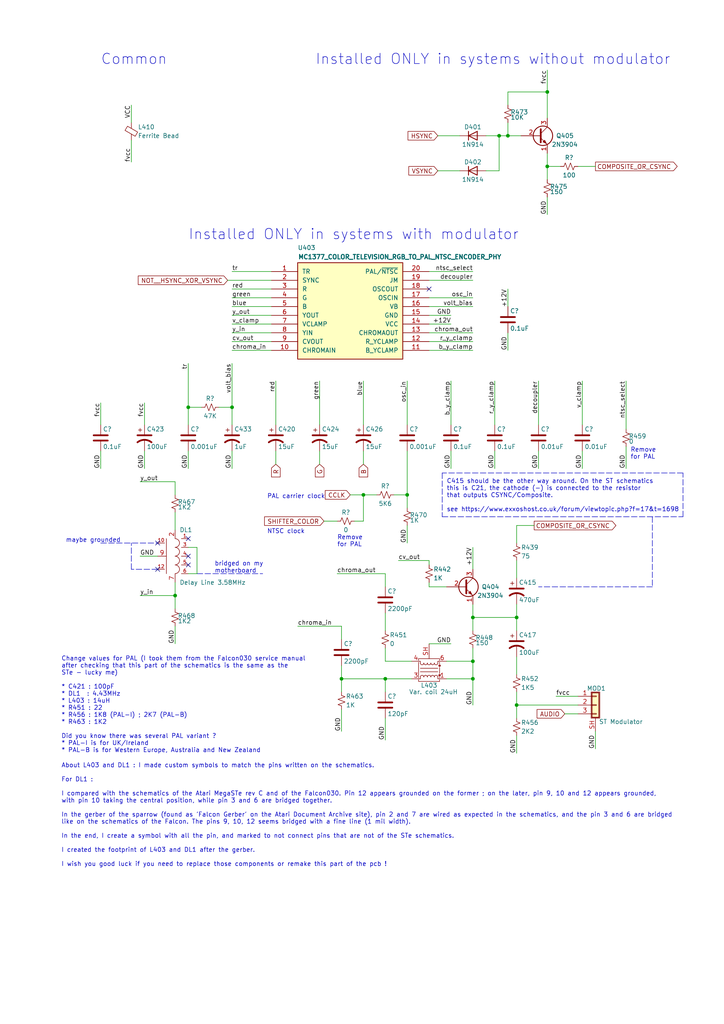
<source format=kicad_sch>
(kicad_sch (version 20230121) (generator eeschema)
  (paper "A4" portrait)
  (title_block (title "Converted schematics of Atari STE") (date "2021-08-31") (rev "1.0.0") (comment 1 "Reference : C300780-001"))
  (lib_symbols
    (symbol "Connector_Generic_Shielded:Conn_01x03_Shielded" (pin_names (offset 1.016) hide)
      (property "Reference" "J" (at 0.254 4.826 0))
      (property "Value" "Conn_01x03_Shielded" (at 1.016 -4.826 0))
      (symbol "Conn_01x03_Shielded_1_1"
        (rectangle (start -1.27 3.81) (end 1.27 -3.81) (stroke (width 0.1524)))
        (rectangle (start -1.016 -2.413) (end 0.254 -2.667) (stroke (width 0.1524)))
        (rectangle (start -1.016 0.127) (end 0.254 -0.127) (stroke (width 0.1524)))
        (rectangle (start -1.016 2.667) (end 0.254 2.413) (stroke (width 0.1524)))
        (rectangle (start -1.016 3.556) (end 1.016 -3.556) (stroke (width 0.254)) (fill (type background)))
        (pin passive line (at -5.08 2.54 0) (length 4.064) (name "Pin_1") (number "1"))
        (pin passive line (at -5.08 0 0) (length 4.064) (name "Pin_2") (number "2"))
        (pin passive line (at -5.08 -2.54 0) (length 4.064) (name "Pin_3") (number "3"))
        (pin passive line (at 0 -7.62 90) (length 3.81) (name "Shield") (number "SH"))
      )
    )
    (symbol "Delay_Line_Custom_Atari_ST:Delay_Line_Custom_Atari_ST" (pin_names (offset 1.016) hide)
      (property "Reference" "L" (at 1.27 7.62 0))
      (property "Value" "Delay_Line_Custom_Atari_ST" (at 1.27 -7.62 0))
      (symbol "Delay_Line_Custom_Atari_ST_0_1"
        (arc (start 0 -5.0546) (mid 0.8801 -4.6901) (end 1.27 -3.81))
        (arc (start 0 -2.5146) (mid 0.8801 -2.1501) (end 1.27 -1.27))
        (polyline (pts (xy -2.54 5.08) (xy -2.54 -5.08)))
        (arc (start 0 0.0254) (mid 0.8801 0.3899) (end 1.27 1.27))
        (arc (start 0 2.5654) (mid 0.8801 2.9299) (end 1.27 3.81))
        (arc (start 1.27 -3.81) (mid 0.898 -2.912) (end 0 -2.54))
        (arc (start 1.27 -1.27) (mid 0.898 -0.372) (end 0 0))
        (arc (start 1.27 1.27) (mid 0.898 2.168) (end 0 2.54))
        (arc (start 1.27 3.81) (mid 0.898 4.708) (end 0 5.08))
      )
      (symbol "Delay_Line_Custom_Atari_ST_1_1"
        (pin passive line (at 3.81 5.08 180) (length 2.0066) (name "1") (number "1"))
        (pin passive line (at -5.08 3.81 0) (length 2.0066) (name "10") (number "10"))
        (pin passive line (at -5.08 -3.81 0) (length 2.0066) (name "12") (number "12"))
        (pin passive line (at 0 7.62 270) (length 2.54) (name "2") (number "2"))
        (pin passive line (at 3.81 2.54 180) (length 2.0066) (name "3") (number "3"))
        (pin passive line (at 3.81 0 180) (length 2.0066) (name "4") (number "4"))
        (pin passive line (at 3.81 -2.54 180) (length 2.0066) (name "5") (number "5"))
        (pin passive line (at 3.81 -5.08 180) (length 2.0066) (name "6") (number "6"))
        (pin passive line (at 0 -7.62 90) (length 2.54) (name "7") (number "7"))
        (pin passive line (at -5.08 0 0) (length 2.54) (name "COMMUN") (number "9"))
      )
    )
    (symbol "Device:C" (pin_numbers hide) (pin_names (offset 0.254))
      (property "Reference" "C" (at 0.635 2.54 0))
      (property "Value" "C" (at 0.635 -2.54 0))
      (symbol "C_0_1"
        (polyline (pts (xy -2.032 -0.762) (xy 2.032 -0.762)) (stroke (width 0.508)))
        (polyline (pts (xy -2.032 0.762) (xy 2.032 0.762)) (stroke (width 0.508)))
      )
      (symbol "C_1_1"
        (pin passive line (at 0 3.81 270) (length 2.794) (name "~") (number "1"))
        (pin passive line (at 0 -3.81 90) (length 2.794) (name "~") (number "2"))
      )
    )
    (symbol "Device:CP1" (pin_numbers hide) (pin_names (offset 0.254) hide)
      (property "Reference" "C" (at 0.635 2.54 0))
      (property "Value" "Device_CP1" (at 0.635 -2.54 0))
      (symbol "CP1_0_1"
        (polyline (pts (xy -2.032 0.762) (xy 2.032 0.762)) (stroke (width 0.508)))
        (polyline (pts (xy -1.778 2.286) (xy -0.762 2.286)))
        (polyline (pts (xy -1.27 1.778) (xy -1.27 2.794)))
        (arc (start 2.032 -1.27) (mid 0 -0.5572) (end -2.032 -1.27) (stroke (width 0.508)))
      )
      (symbol "CP1_1_1"
        (pin passive line (at 0 3.81 270) (length 2.794) (name "~") (number "1"))
        (pin passive line (at 0 -3.81 90) (length 3.302) (name "~") (number "2"))
      )
    )
    (symbol "Device:D" (pin_numbers hide) (pin_names (offset 1.016) hide)
      (property "Reference" "D" (at 0 2.54 0))
      (property "Value" "D" (at 0 -2.54 0))
      (symbol "D_0_1"
        (polyline (pts (xy -1.27 1.27) (xy -1.27 -1.27)) (stroke (width 0.254)))
        (polyline (pts (xy 1.27 0) (xy -1.27 0)))
        (polyline (pts (xy 1.27 1.27) (xy 1.27 -1.27) (xy -1.27 0) (xy 1.27 1.27)) (stroke (width 0.254)))
      )
      (symbol "D_1_1"
        (pin passive line (at -3.81 0 0) (length 2.54) (name "K") (number "1"))
        (pin passive line (at 3.81 0 180) (length 2.54) (name "A") (number "2"))
      )
    )
    (symbol "Device:Ferrite_Bead_Small" (pin_numbers hide) (pin_names (offset 0))
      (property "Reference" "FB" (at 1.905 1.27 0))
      (property "Value" "Device_Ferrite_Bead_Small" (at 1.905 -1.27 0))
      (symbol "Ferrite_Bead_Small_0_1"
        (polyline (pts (xy 0 -1.27) (xy 0 -0.7874)))
        (polyline (pts (xy 0 0.889) (xy 0 1.2954)))
        (polyline (pts (xy -1.8288 0.2794) (xy -1.1176 1.4986) (xy 1.8288 -0.2032) (xy 1.1176 -1.4224) (xy -1.8288 0.2794)))
      )
      (symbol "Ferrite_Bead_Small_1_1"
        (pin passive line (at 0 2.54 270) (length 1.27) (name "~") (number "1"))
        (pin passive line (at 0 -2.54 90) (length 1.27) (name "~") (number "2"))
      )
    )
    (symbol "Device:R_Small_US" (pin_numbers hide) (pin_names (offset 0.254) hide)
      (property "Reference" "R" (at 0.762 0.508 0))
      (property "Value" "R_Small_US" (at 0.762 -1.016 0))
      (symbol "R_Small_US_1_1"
        (polyline (pts (xy 0 0) (xy 1.016 -0.381) (xy 0 -0.762) (xy -1.016 -1.143) (xy 0 -1.524)))
        (polyline (pts (xy 0 1.524) (xy 1.016 1.143) (xy 0 0.762) (xy -1.016 0.381) (xy 0 0)))
        (pin passive line (at 0 2.54 270) (length 1.016) (name "~") (number "1"))
        (pin passive line (at 0 -2.54 90) (length 1.016) (name "~") (number "2"))
      )
    )
    (symbol "Transistor_BJT:2N3904" (pin_names (offset 0) hide)
      (property "Reference" "Q" (at 5.08 1.905 0))
      (property "Value" "2N3904" (at 5.08 0 0))
      (symbol "2N3904_0_1"
        (polyline (pts (xy 0.635 0.635) (xy 2.54 2.54)))
        (polyline (pts (xy 0.635 -0.635) (xy 2.54 -2.54) (xy 2.54 -2.54)))
        (polyline (pts (xy 0.635 1.905) (xy 0.635 -1.905) (xy 0.635 -1.905)) (stroke (width 0.508)))
        (polyline (pts (xy 1.27 -1.778) (xy 1.778 -1.27) (xy 2.286 -2.286) (xy 1.27 -1.778) (xy 1.27 -1.778)) (fill (type outline)))
        (circle (center 1.27 0) (radius 2.8194) (stroke (width 0.254)))
      )
      (symbol "2N3904_1_1"
        (pin passive line (at 2.54 -5.08 90) (length 2.54) (name "E") (number "1"))
        (pin passive line (at -5.08 0 0) (length 5.715) (name "B") (number "2"))
        (pin passive line (at 2.54 5.08 270) (length 2.54) (name "C") (number "3"))
      )
    )
    (symbol "mc1377:MC1377_COLOR_TELEVISION_RGB_TO_PAL_NTSC_ENCODER_PHY" (pin_names (offset 1.27))
      (property "Reference" "U" (at -15.24 19.05 0))
      (property "Value" "mc1377_MC1377_COLOR_TELEVISION_RGB_TO_PAL_NTSC_ENCODER_PHY" (at -15.24 16.51 0))
      (symbol "MC1377_COLOR_TELEVISION_RGB_TO_PAL_NTSC_ENCODER_PHY_0_0"
        (rectangle (start -15.24 13.97) (end 15.24 -13.97) (stroke (width 0.254)) (fill (type background)))
        (pin input line (at -22.86 11.43 0) (length 7.62) (name "TR") (number "1"))
        (pin input line (at -22.86 -11.43 0) (length 7.62) (name "CHROMAIN") (number "10"))
        (pin input line (at 22.86 -11.43 180) (length 7.62) (name "B_YCLAMP") (number "11"))
        (pin input line (at 22.86 -8.89 180) (length 7.62) (name "R_YCLAMP") (number "12"))
        (pin output line (at 22.86 -6.35 180) (length 7.62) (name "CHROMAOUT") (number "13"))
        (pin power_in line (at 22.86 -3.81 180) (length 7.62) (name "VCC") (number "14"))
        (pin power_in line (at 22.86 -1.27 180) (length 7.62) (name "GND") (number "15"))
        (pin input line (at 22.86 1.27 180) (length 7.62) (name "VB") (number "16"))
        (pin input line (at 22.86 3.81 180) (length 7.62) (name "OSCIN") (number "17"))
        (pin output line (at 22.86 6.35 180) (length 7.62) (name "OSCOUT") (number "18"))
        (pin input line (at 22.86 8.89 180) (length 7.62) (name "JM") (number "19"))
        (pin input line (at -22.86 8.89 0) (length 7.62) (name "SYNC") (number "2"))
        (pin input line (at 22.86 11.43 180) (length 7.62) (name "PAL/~{NTSC}") (number "20"))
        (pin input line (at -22.86 6.35 0) (length 7.62) (name "R") (number "3"))
        (pin input line (at -22.86 3.81 0) (length 7.62) (name "G") (number "4"))
        (pin input line (at -22.86 1.27 0) (length 7.62) (name "B") (number "5"))
        (pin output line (at -22.86 -1.27 0) (length 7.62) (name "YOUT") (number "6"))
        (pin input line (at -22.86 -3.81 0) (length 7.62) (name "VCLAMP") (number "7"))
        (pin input line (at -22.86 -6.35 0) (length 7.62) (name "YIN") (number "8"))
        (pin output line (at -22.86 -8.89 0) (length 7.62) (name "CVOUT") (number "9"))
      )
    )
    (symbol "variable_coil_shielded:Variable_Coil_Shielded" (pin_names (offset 0.254) hide)
      (property "Reference" "L" (at 0 4.318 0))
      (property "Value" "Variable_Coil_Shielded" (at 0 6.096 0))
      (symbol "Variable_Coil_Shielded_0_0"
        (pin passive line (at -5.08 -2.54 0) (length 2.54) (name "6") (number "6"))
      )
      (symbol "Variable_Coil_Shielded_0_1"
        (circle (center -3.048 -1.27) (radius 0.254) (fill (type outline)))
        (circle (center -3.048 1.524) (radius 0.254) (fill (type outline)))
        (arc (start -2.54 2.032) (mid -2.032 1.524) (end -1.524 2.032))
        (arc (start -1.524 -2.032) (mid -2.032 -1.524) (end -2.54 -2.032))
        (arc (start -1.524 2.032) (mid -1.016 1.524) (end -0.508 2.032))
        (arc (start -0.508 -2.032) (mid -1.016 -1.524) (end -1.524 -2.032))
        (arc (start -0.508 2.032) (mid 0 1.524) (end 0.508 2.032))
        (polyline (pts (xy -3.048 -1.778) (xy -3.048 -2.286)))
        (polyline (pts (xy -3.048 1.016) (xy -3.048 -0.762)))
        (polyline (pts (xy -3.048 2.286) (xy -3.048 2.032)))
        (polyline (pts (xy -3.048 3.302) (xy -3.048 2.794)))
        (polyline (pts (xy -2.54 -2.032) (xy -2.54 -2.54)))
        (polyline (pts (xy -2.54 0.508) (xy 2.54 0.508)))
        (polyline (pts (xy -2.54 2.032) (xy -2.54 2.54)))
        (polyline (pts (xy 2.54 -2.032) (xy 2.54 -2.54)))
        (polyline (pts (xy 2.54 -0.508) (xy -2.54 -0.508)))
        (polyline (pts (xy 2.54 2.54) (xy 2.54 2.032)))
        (polyline (pts (xy 3.048 -2.286) (xy 3.048 2.286)))
        (polyline (pts (xy 3.048 2.794) (xy 3.048 3.302) (xy -3.048 3.302)))
        (polyline (pts (xy -3.048 -2.794) (xy -3.048 -3.302) (xy 3.048 -3.302) (xy 3.048 -2.794)))
        (arc (start 0.508 -2.032) (mid 0 -1.524) (end -0.508 -2.032))
        (arc (start 0.508 2.032) (mid 1.016 1.524) (end 1.524 2.032))
        (arc (start 1.524 -2.032) (mid 1.016 -1.524) (end 0.508 -2.032))
        (arc (start 1.524 2.032) (mid 2.032 1.524) (end 2.54 2.032))
        (arc (start 2.54 -2.032) (mid 2.032 -1.524) (end 1.524 -2.032))
      )
      (symbol "Variable_Coil_Shielded_1_1"
        (pin passive line (at -5.08 2.54 0) (length 2.54) (name "1") (number "1"))
        (pin passive line (at 5.08 2.54 180) (length 2.54) (name "3") (number "3"))
        (pin passive line (at 5.08 -2.54 180) (length 2.54) (name "4") (number "4"))
        (pin passive line (at 0 -7.62 90) (length 4.318) (name "Shield") (number "SH"))
      )
    )
  )
  (junction (at 147.32 39.37))
  (junction (at 158.75 26.67))
  (junction (at 149.86 179.07))
  (junction (at 105.41 143.51))
  (junction (at 144.78 39.37))
  (junction (at 99.06 196.85))
  (junction (at 50.8 172.72))
  (junction (at 149.86 204.47))
  (junction (at 67.31 118.11))
  (junction (at 118.11 143.51))
  (junction (at 137.16 191.77))
  (junction (at 158.75 48.26))
  (junction (at 54.61 118.11))
  (junction (at 111.76 196.85))
  (junction (at 137.16 196.85))
  (junction (at 137.16 179.07))
  (no_connect (at 45.72 157.48))
  (no_connect (at 54.61 163.83))
  (no_connect (at 45.72 165.1))
  (no_connect (at 124.46 83.82))
  (no_connect (at 54.61 156.21))
  (no_connect (at 54.61 161.29))
  (wire (pts (xy 111.76 196.85) (xy 111.76 200.66)))
  (wire (pts (xy 41.91 130.81) (xy 41.91 135.89)))
  (wire (pts (xy 127 49.53) (xy 133.35 49.53)))
  (wire (pts (xy 129.54 191.77) (xy 137.16 191.77)))
  (wire (pts (xy 105.41 151.13) (xy 105.41 143.51)))
  (wire (pts (xy 144.78 39.37) (xy 147.32 39.37)))
  (wire (pts (xy 124.46 88.9) (xy 137.16 88.9)))
  (wire (pts (xy 97.79 166.37) (xy 111.76 166.37)))
  (polyline (pts (xy 128.27 137.16) (xy 128.27 149.86)) (stroke (width 0) (type dash)))
  (wire (pts (xy 50.8 168.91) (xy 50.8 172.72)))
  (wire (pts (xy 105.41 123.19) (xy 105.41 110.49)))
  (polyline (pts (xy 189.23 149.86) (xy 189.23 170.18)) (stroke (width 0) (type dash)))
  (wire (pts (xy 147.32 83.82) (xy 147.32 88.9)))
  (wire (pts (xy 67.31 130.81) (xy 67.31 135.89)))
  (wire (pts (xy 172.72 212.09) (xy 172.72 217.17)))
  (wire (pts (xy 163.83 207.01) (xy 167.64 207.01)))
  (wire (pts (xy 156.21 130.81) (xy 156.21 135.89)))
  (wire (pts (xy 54.61 118.11) (xy 54.61 123.19)))
  (wire (pts (xy 158.75 44.45) (xy 158.75 48.26)))
  (wire (pts (xy 105.41 130.81) (xy 105.41 134.62)))
  (wire (pts (xy 111.76 166.37) (xy 111.76 170.18)))
  (wire (pts (xy 168.91 130.81) (xy 168.91 135.89)))
  (wire (pts (xy 124.46 81.28) (xy 137.16 81.28)))
  (polyline (pts (xy 189.23 170.18) (xy 156.21 170.18)) (stroke (width 0) (type dash)))
  (wire (pts (xy 92.71 130.81) (xy 92.71 134.62)))
  (wire (pts (xy 29.21 130.81) (xy 29.21 135.89)))
  (wire (pts (xy 38.1 35.56) (xy 38.1 30.48)))
  (wire (pts (xy 102.87 151.13) (xy 105.41 151.13)))
  (wire (pts (xy 143.51 130.81) (xy 143.51 135.89)))
  (wire (pts (xy 137.16 187.96) (xy 137.16 191.77)))
  (wire (pts (xy 130.81 130.81) (xy 130.81 135.89)))
  (wire (pts (xy 115.57 162.56) (xy 124.46 162.56)))
  (wire (pts (xy 158.75 26.67) (xy 158.75 34.29)))
  (wire (pts (xy 114.3 143.51) (xy 118.11 143.51)))
  (wire (pts (xy 118.11 143.51) (xy 118.11 147.32)))
  (wire (pts (xy 86.36 181.61) (xy 99.06 181.61)))
  (wire (pts (xy 181.61 110.49) (xy 181.61 124.46)))
  (wire (pts (xy 137.16 179.07) (xy 149.86 179.07)))
  (wire (pts (xy 181.61 129.54) (xy 181.61 135.89)))
  (wire (pts (xy 149.86 213.36) (xy 149.86 218.44)))
  (wire (pts (xy 80.01 123.19) (xy 80.01 110.49)))
  (wire (pts (xy 41.91 123.19) (xy 41.91 116.84)))
  (wire (pts (xy 167.64 48.26) (xy 172.72 48.26)))
  (wire (pts (xy 124.46 170.18) (xy 129.54 170.18)))
  (wire (pts (xy 149.86 152.4) (xy 154.94 152.4)))
  (wire (pts (xy 67.31 91.44) (xy 78.74 91.44)))
  (wire (pts (xy 149.86 204.47) (xy 149.86 208.28)))
  (wire (pts (xy 67.31 88.9) (xy 78.74 88.9)))
  (wire (pts (xy 124.46 101.6) (xy 137.16 101.6)))
  (wire (pts (xy 124.46 162.56) (xy 124.46 163.83)))
  (wire (pts (xy 130.81 123.19) (xy 130.81 110.49)))
  (wire (pts (xy 149.86 179.07) (xy 149.86 182.88)))
  (wire (pts (xy 161.29 201.93) (xy 167.64 201.93)))
  (wire (pts (xy 101.6 143.51) (xy 105.41 143.51)))
  (wire (pts (xy 40.64 161.29) (xy 45.72 161.29)))
  (wire (pts (xy 29.21 116.84) (xy 29.21 123.19)))
  (wire (pts (xy 40.64 172.72) (xy 50.8 172.72)))
  (wire (pts (xy 137.16 191.77) (xy 137.16 196.85)))
  (wire (pts (xy 66.04 81.28) (xy 78.74 81.28)))
  (wire (pts (xy 67.31 96.52) (xy 78.74 96.52)))
  (wire (pts (xy 118.11 143.51) (xy 118.11 130.81)))
  (wire (pts (xy 63.5 118.11) (xy 67.31 118.11)))
  (wire (pts (xy 124.46 96.52) (xy 137.16 96.52)))
  (wire (pts (xy 111.76 177.8) (xy 111.76 182.88)))
  (wire (pts (xy 111.76 187.96) (xy 111.76 191.77)))
  (wire (pts (xy 99.06 196.85) (xy 111.76 196.85)))
  (wire (pts (xy 149.86 175.26) (xy 149.86 179.07)))
  (wire (pts (xy 67.31 86.36) (xy 78.74 86.36)))
  (wire (pts (xy 129.54 196.85) (xy 137.16 196.85)))
  (wire (pts (xy 105.41 143.51) (xy 109.22 143.51)))
  (wire (pts (xy 67.31 83.82) (xy 78.74 83.82)))
  (wire (pts (xy 124.46 186.69) (xy 130.81 186.69)))
  (wire (pts (xy 127 39.37) (xy 133.35 39.37)))
  (wire (pts (xy 99.06 181.61) (xy 99.06 185.42)))
  (wire (pts (xy 118.11 152.4) (xy 118.11 157.48)))
  (wire (pts (xy 140.97 49.53) (xy 144.78 49.53)))
  (wire (pts (xy 99.06 193.04) (xy 99.06 196.85)))
  (wire (pts (xy 58.42 118.11) (xy 54.61 118.11)))
  (wire (pts (xy 67.31 101.6) (xy 78.74 101.6)))
  (wire (pts (xy 124.46 78.74) (xy 137.16 78.74)))
  (wire (pts (xy 124.46 99.06) (xy 137.16 99.06)))
  (wire (pts (xy 147.32 26.67) (xy 147.32 30.48)))
  (wire (pts (xy 38.1 46.99) (xy 38.1 40.64)))
  (wire (pts (xy 57.15 166.37) (xy 54.61 166.37)))
  (wire (pts (xy 50.8 172.72) (xy 50.8 176.53)))
  (wire (pts (xy 137.16 196.85) (xy 137.16 204.47)))
  (wire (pts (xy 124.46 93.98) (xy 130.81 93.98)))
  (wire (pts (xy 149.86 190.5) (xy 149.86 195.58)))
  (polyline (pts (xy 198.12 149.86) (xy 198.12 137.16)) (stroke (width 0) (type dash)))
  (wire (pts (xy 111.76 191.77) (xy 119.38 191.77)))
  (wire (pts (xy 99.06 196.85) (xy 99.06 200.66)))
  (wire (pts (xy 67.31 99.06) (xy 78.74 99.06)))
  (wire (pts (xy 118.11 110.49) (xy 118.11 123.19)))
  (wire (pts (xy 158.75 20.32) (xy 158.75 26.67)))
  (wire (pts (xy 158.75 26.67) (xy 147.32 26.67)))
  (wire (pts (xy 80.01 130.81) (xy 80.01 134.62)))
  (wire (pts (xy 67.31 93.98) (xy 78.74 93.98)))
  (wire (pts (xy 50.8 181.61) (xy 50.8 186.69)))
  (polyline (pts (xy 128.27 149.86) (xy 198.12 149.86)) (stroke (width 0) (type dash)))
  (wire (pts (xy 137.16 165.1) (xy 137.16 158.75)))
  (wire (pts (xy 54.61 158.75) (xy 57.15 158.75)))
  (polyline (pts (xy 45.72 165.1) (xy 38.1 165.1)) (stroke (width 0) (type dash)))
  (wire (pts (xy 54.61 105.41) (xy 54.61 118.11)))
  (wire (pts (xy 124.46 91.44) (xy 130.81 91.44)))
  (wire (pts (xy 143.51 123.19) (xy 143.51 110.49)))
  (wire (pts (xy 57.15 158.75) (xy 57.15 166.37)))
  (wire (pts (xy 124.46 168.91) (xy 124.46 170.18)))
  (wire (pts (xy 147.32 39.37) (xy 151.13 39.37)))
  (wire (pts (xy 67.31 105.41) (xy 67.31 118.11)))
  (polyline (pts (xy 57.15 166.37) (xy 76.2 166.37)) (stroke (width 0) (type dash)))
  (wire (pts (xy 158.75 48.26) (xy 162.56 48.26)))
  (wire (pts (xy 149.86 204.47) (xy 167.64 204.47)))
  (wire (pts (xy 137.16 175.26) (xy 137.16 179.07)))
  (wire (pts (xy 40.64 139.7) (xy 50.8 139.7)))
  (polyline (pts (xy 198.12 137.16) (xy 128.27 137.16)) (stroke (width 0) (type dash)))
  (wire (pts (xy 99.06 205.74) (xy 99.06 212.09)))
  (wire (pts (xy 137.16 179.07) (xy 137.16 182.88)))
  (wire (pts (xy 92.71 123.19) (xy 92.71 110.49)))
  (wire (pts (xy 149.86 167.64) (xy 149.86 162.56)))
  (polyline (pts (xy 29.21 157.48) (xy 45.72 157.48)) (stroke (width 0) (type dash)))
  (wire (pts (xy 93.98 151.13) (xy 97.79 151.13)))
  (wire (pts (xy 144.78 49.53) (xy 144.78 39.37)))
  (wire (pts (xy 147.32 96.52) (xy 147.32 101.6)))
  (wire (pts (xy 140.97 39.37) (xy 144.78 39.37)))
  (wire (pts (xy 111.76 208.28) (xy 111.76 214.63)))
  (wire (pts (xy 149.86 152.4) (xy 149.86 157.48)))
  (wire (pts (xy 168.91 110.49) (xy 168.91 123.19)))
  (wire (pts (xy 50.8 148.59) (xy 50.8 153.67)))
  (wire (pts (xy 54.61 130.81) (xy 54.61 135.89)))
  (wire (pts (xy 111.76 196.85) (xy 119.38 196.85)))
  (wire (pts (xy 158.75 48.26) (xy 158.75 52.07)))
  (wire (pts (xy 158.75 57.15) (xy 158.75 62.23)))
  (wire (pts (xy 156.21 123.19) (xy 156.21 110.49)))
  (wire (pts (xy 67.31 118.11) (xy 67.31 123.19)))
  (wire (pts (xy 124.46 86.36) (xy 137.16 86.36)))
  (wire (pts (xy 147.32 35.56) (xy 147.32 39.37)))
  (polyline (pts (xy 38.1 165.1) (xy 38.1 157.48)) (stroke (width 0) (type dash)))
  (wire (pts (xy 149.86 200.66) (xy 149.86 204.47)))
  (wire (pts (xy 67.31 78.74) (xy 78.74 78.74)))
  (wire (pts (xy 50.8 139.7) (xy 50.8 143.51)))
  (text "Remove\nfor PAL" (at 182.88 133.35 0) (effects (font (size 1.27 1.27)) (justify left bottom)))
  (text "Common" (at 29.21 19.05 0) (effects (font (size 2.9972 2.9972)) (justify left bottom)))
  (text "PAL carrier clock" (at 77.47 144.78 0) (effects (font (size 1.27 1.27)) (justify left bottom)))
  (text "Installed ONLY in systems without modulator" (at 91.44 19.05 0) (effects (font (size 2.9972 2.9972)) (justify left bottom)))
  (text "Remove\nfor PAL" (at 97.79 158.75 0) (effects (font (size 1.27 1.27)) (justify left bottom)))
  (text "maybe grounded" (at 19.05 157.48 0) (effects (font (size 1.27 1.27)) (justify left bottom)))
  (text "About L403 and DL1 : I made custom symbols to match the pins written on the schematics.\n\nFor DL1 : \n\nI compared with the schematics of the Atari MegaSTe rev C and of the Falcon030. Pin 12 appears grounded on the former ; on the later, pin 9, 10 and 12 appears grounded, \nwith pin 10 taking the central position, while pin 3 and 6 are bridged together. \n\nIn the gerber of the sparrow (found as 'Falcon Gerber' on the Atari Document Archive site), pin 2 and 7 are wired as expected in the schematics, and the pin 3 and 6 are bridged \nlike on the schematics of the Falcon. The pins 9, 10, 12 seems bridged with a fine line (1 mil width).\n\nIn the end, I create a symbol with all the pin, and marked to not connect pins that are not of the STe schematics.\n\nI created the footprint of L403 and DL1 after the gerber.\n\nI wish you good luck if you need to replace those components or remake this part of the pcb !\n" (at 17.78 251.46 0) (effects (font (size 1.27 1.27)) (justify left bottom)))
  (text "C415 should be the other way around. On the ST schematics\nthis is C21, the cathode (-) is connected to the resistor\nthat outputs CSYNC/Composite.\n\nsee https://www.exxoshost.co.uk/forum/viewtopic.php?f=17&t=1698" (at 129.54 148.59 0) (effects (font (size 1.27 1.27)) (justify left bottom)))
  (text "Change values for PAL (I took them from the Falcon030 service manual\nafter checking that this part of the schematics is the same as the\nSTe - lucky me)\n\n* C421 : 100pF\n* DL1  : 4.43MHz\n* L403 : 14uH\n* R451 : 22\n* R456 : 1K8 (PAL-I) ; 2K7 (PAL-B)\n* R463 : 1K2\n\nDid you know there was several PAL variant ? \n* PAL-I is for UK/Ireland\n* PAL-B is for Western Europe, Australia and New Zealand" (at 17.78 218.44 0) (effects (font (size 1.27 1.27)) (justify left bottom)))
  (text "NTSC clock" (at 77.47 154.94 0) (effects (font (size 1.27 1.27)) (justify left bottom)))
  (text "Installed ONLY in systems with modulator" (at 54.61 69.85 0) (effects (font (size 2.9972 2.9972)) (justify left bottom)))
  (text "bridged on my \nmotherboard" (at 62.23 166.37 0) (effects (font (size 1.27 1.27)) (justify left bottom)))
  (label "y_out" (at 67.31 91.44 0))
  (label "v_clamp" (at 67.31 93.98 0))
  (label "osc_in" (at 118.11 110.49 270))
  (label "GND" (at 50.8 186.69 90))
  (label "b_y_clamp" (at 137.16 101.6 180))
  (label "cv_out" (at 67.31 99.06 0))
  (label "chroma_in" (at 67.31 101.6 0))
  (label "GND" (at 99.06 212.09 90))
  (label "GND" (at 181.61 135.89 90))
  (label "chroma_out" (at 97.79 166.37 0))
  (label "GND" (at 168.91 135.89 90))
  (label "ntsc_select" (at 181.61 110.49 270))
  (label "volt_bias" (at 137.16 88.9 180))
  (label "y_in" (at 67.31 96.52 0))
  (label "GND" (at 130.81 135.89 90))
  (label "GND" (at 130.81 91.44 180))
  (label "GND" (at 137.16 204.47 90))
  (label "GND" (at 158.75 62.23 90))
  (label "red" (at 80.01 110.49 270))
  (label "cv_out" (at 115.57 162.56 0))
  (label "chroma_out" (at 137.16 96.52 180))
  (label "GND" (at 111.76 214.63 90))
  (label "r_y_clamp" (at 143.51 110.49 270))
  (label "GND" (at 40.64 161.29 0))
  (label "volt_bias" (at 67.31 105.41 270))
  (label "+12V" (at 137.16 158.75 270))
  (label "fvcc" (at 29.21 116.84 270))
  (label "GND" (at 130.81 186.69 180))
  (label "VCC" (at 38.1 30.48 270))
  (label "ntsc_select" (at 137.16 78.74 180))
  (label "fvcc" (at 38.1 46.99 90))
  (label "+12V" (at 130.81 93.98 180))
  (label "b_y_clamp" (at 130.81 110.49 270))
  (label "osc_in" (at 137.16 86.36 180))
  (label "GND" (at 41.91 135.89 90))
  (label "GND" (at 156.21 135.89 90))
  (label "GND" (at 143.51 135.89 90))
  (label "r_y_clamp" (at 137.16 99.06 180))
  (label "decoupler" (at 137.16 81.28 180))
  (label "green" (at 67.31 86.36 0))
  (label "decoupler" (at 156.21 110.49 270))
  (label "+12V" (at 147.32 83.82 270))
  (label "GND" (at 149.86 218.44 90))
  (label "GND" (at 147.32 101.6 90))
  (label "GND" (at 67.31 135.89 90))
  (label "GND" (at 172.72 217.17 90))
  (label "v_clamp" (at 168.91 110.49 270))
  (label "fvcc" (at 161.29 201.93 0))
  (label "chroma_in" (at 86.36 181.61 0))
  (label "fvcc" (at 158.75 20.32 270))
  (label "GND" (at 29.21 135.89 90))
  (label "tr" (at 67.31 78.74 0))
  (label "y_out" (at 40.64 139.7 0))
  (label "tr" (at 54.61 105.41 270))
  (label "red" (at 67.31 83.82 0))
  (label "GND" (at 118.11 157.48 90))
  (label "fvcc" (at 41.91 116.84 270))
  (label "blue" (at 105.41 110.49 270))
  (label "y_in" (at 40.64 172.72 0))
  (label "green" (at 92.71 110.49 270))
  (label "blue" (at 67.31 88.9 0))
  (label "GND" (at 54.61 135.89 90))
  (global_label "NOT__HSYNC_XOR_VSYNC" (shape input) (at 66.04 81.28 180) (property "Intersheetrefs" "${INTERSHEET_REFS}" (effects hide)))
  (global_label "CCLK" (shape input) (at 101.6 143.51 180) (property "Intersheetrefs" "${INTERSHEET_REFS}" (effects hide)))
  (global_label "SHIFTER_COLOR" (shape input) (at 93.98 151.13 180) (property "Intersheetrefs" "${INTERSHEET_REFS}" (effects hide)))
  (global_label "COMPOSITE_OR_CSYNC" (shape output) (at 154.94 152.4 0) (property "Intersheetrefs" "${INTERSHEET_REFS}" (effects hide)))
  (global_label "VSYNC" (shape input) (at 127 49.53 180) (property "Intersheetrefs" "${INTERSHEET_REFS}" (effects hide)))
  (global_label "AUDIO" (shape input) (at 163.83 207.01 180) (property "Intersheetrefs" "${INTERSHEET_REFS}" (effects hide)))
  (global_label "HSYNC" (shape input) (at 127 39.37 180) (property "Intersheetrefs" "${INTERSHEET_REFS}" (effects hide)))
  (global_label "B" (shape input) (at 105.41 134.62 270) (property "Intersheetrefs" "${INTERSHEET_REFS}" (effects hide)))
  (global_label "R" (shape input) (at 80.01 134.62 270) (property "Intersheetrefs" "${INTERSHEET_REFS}" (effects hide)))
  (global_label "G" (shape input) (at 92.71 134.62 270) (property "Intersheetrefs" "${INTERSHEET_REFS}" (effects hide)))
  (global_label "COMPOSITE_OR_CSYNC" (shape output) (at 172.72 48.26 0) (property "Intersheetrefs" "${INTERSHEET_REFS}" (effects hide)))
  (symbol (lib_id "mc1377:MC1377_COLOR_TELEVISION_RGB_TO_PAL_NTSC_ENCODER_PHY") (at 101.6 90.17 0) (unit 1)
    (property "Reference" "U403" (at 86.36 71.12 0) (effects (justify left top)))
    (property "Value" "MC1377_COLOR_TELEVISION_RGB_TO_PAL_NTSC_ENCODER_PHY" (at 86.36 73.66 0) (effects (font bold) (justify left top)))
    (property "Footprint" "Package_DIP:DIP-20_W7.62mm_LongPads" (effects hide))
    (property "Datasheet" "https://pdf1.alldatasheet.fr/pdfjs/web/viewer.html?file=/datasheet-pdf/view/1131811/MOTOROLA/MC1377/+01_29_4XlxTPTSOGfTKvDHp+/datasheet.pdf" (effects hide))
  )
  (symbol (lib_id "Device:C") (at 147.32 92.71 0) (unit 1)
    (property "Reference" "C?" (at 147.955 90.17 0) (effects (justify left)))
    (property "Value" "0.1uF" (at 147.955 95.25 0) (effects (justify left)))
    (property "Footprint" "commons_passives_THT:Passive_THT_capacitor_mlcc_W2.54mm_L7.62mm" (effects hide))
    (instances (project "motherboard" (path "" (reference "C?") (unit 1)) (path "" (reference "C?") (unit 1)) (path "" (reference "C?") (unit 1)) (path "" (reference "C419") (unit 1)) (path "" (reference "C?") (unit 1)) (path "" (reference "C?") (unit 1)) (path "" (reference "C?") (unit 1)) (path "" (reference "C?") (unit 1))))
  )
  (symbol (lib_id "Device:C") (at 130.81 127 0) (unit 1)
    (property "Reference" "C?" (at 131.445 124.46 0) (effects (justify left)))
    (property "Value" "0.1uF" (at 131.445 129.54 0) (effects (justify left)))
    (property "Footprint" "commons_passives_THT:Passive_THT_capacitor_mlcc_W2.54mm_L7.62mm" (effects hide))
    (instances (project "motherboard" (path "" (reference "C?") (unit 1)) (path "" (reference "C?") (unit 1)) (path "" (reference "C?") (unit 1)) (path "" (reference "C428") (unit 1)) (path "" (reference "C?") (unit 1)) (path "" (reference "C?") (unit 1)) (path "" (reference "C?") (unit 1)) (path "" (reference "C?") (unit 1))))
  )
  (symbol (lib_id "Device:C") (at 143.51 127 0) (unit 1)
    (property "Reference" "C?" (at 144.145 124.46 0) (effects (justify left)))
    (property "Value" "0.1uF" (at 144.145 129.54 0) (effects (justify left)))
    (property "Footprint" "commons_passives_THT:Passive_THT_capacitor_mlcc_W2.54mm_L7.62mm" (effects hide))
    (instances (project "motherboard" (path "" (reference "C?") (unit 1)) (path "" (reference "C?") (unit 1)) (path "" (reference "C?") (unit 1)) (path "" (reference "C429") (unit 1)) (path "" (reference "C?") (unit 1)) (path "" (reference "C?") (unit 1)) (path "" (reference "C?") (unit 1)) (path "" (reference "C?") (unit 1))))
  )
  (symbol (lib_id "Device:C") (at 156.21 127 0) (unit 1)
    (property "Reference" "C?" (at 156.845 124.46 0) (effects (justify left)))
    (property "Value" "0.01uF" (at 156.845 129.54 0) (effects (justify left)))
    (property "Footprint" "commons_passives_THT:Passive_THT_capacitor_W2.54mm_L10.16mm" (effects hide))
    (instances (project "motherboard" (path "" (reference "C?") (unit 1)) (path "" (reference "C?") (unit 1)) (path "" (reference "C?") (unit 1)) (path "" (reference "C430") (unit 1)) (path "" (reference "C?") (unit 1)) (path "" (reference "C?") (unit 1)) (path "" (reference "C?") (unit 1)) (path "" (reference "C?") (unit 1))))
  )
  (symbol (lib_id "Device:C") (at 168.91 127 0) (unit 1)
    (property "Reference" "C?" (at 169.545 124.46 0) (effects (justify left)))
    (property "Value" "0.01uF" (at 169.545 129.54 0) (effects (justify left)))
    (property "Footprint" "commons_passives_THT:Passive_THT_capacitor_W2.54mm_L10.16mm" (effects hide))
    (instances (project "motherboard" (path "" (reference "C?") (unit 1)) (path "" (reference "C?") (unit 1)) (path "" (reference "C?") (unit 1)) (path "" (reference "C431") (unit 1)) (path "" (reference "C?") (unit 1)) (path "" (reference "C?") (unit 1)) (path "" (reference "C?") (unit 1)) (path "" (reference "C?") (unit 1))))
  )
  (symbol (lib_id "Device:C") (at 54.61 127 0) (unit 1)
    (property "Reference" "C?" (at 55.245 124.46 0) (effects (justify left)))
    (property "Value" "0.001uF" (at 55.245 129.54 0) (effects (justify left)))
    (property "Footprint" "commons_passives_THT:Passive_THT_capacitor_ceramic_radial_W2.54mm_L10.16mm" (effects hide))
    (instances (project "motherboard" (path "" (reference "C?") (unit 1)) (path "" (reference "C?") (unit 1)) (path "" (reference "C?") (unit 1)) (path "" (reference "C432") (unit 1)) (path "" (reference "C?") (unit 1)) (path "" (reference "C?") (unit 1)) (path "" (reference "C?") (unit 1)) (path "" (reference "C?") (unit 1))))
  )
  (symbol (lib_id "Device:R_Small_US") (at 100.33 151.13 270) (unit 1)
    (property "Reference" "R?" (at 100.33 148.59 90))
    (property "Value" "0" (at 100.33 153.67 90))
    (property "Footprint" "commons_passives_THT:Passive_THT_resistor_W2.54mm_L12.70mm" (effects hide))
    (instances (project "motherboard" (path "" (reference "R?") (unit 1)) (path "" (reference "R?") (unit 1)) (path "" (reference "R?") (unit 1)) (path "" (reference "R405") (unit 1)) (path "" (reference "R?") (unit 1)) (path "" (reference "R?") (unit 1)) (path "" (reference "R?") (unit 1)) (path "" (reference "R?") (unit 1))))
  )
  (symbol (lib_id "Device:CP1") (at 67.31 127 0) (unit 1)
    (property "Reference" "C433" (at 67.945 124.46 0) (effects (justify left)))
    (property "Value" "1uF" (at 67.945 129.54 0) (effects (justify left)))
    (property "Footprint" "commons_passives_THT:Passive_THT_capacitor_polarized_rad_D5.08mm_P2.54mm_H12.70mm" (effects hide))
    (instances (project "motherboard" (path "" (reference "C433") (unit 1)) (path "" (reference "C?") (unit 1))))
  )
  (symbol (lib_id "Device:R_Small_US") (at 60.96 118.11 270) (unit 1)
    (property "Reference" "R?" (at 60.96 115.57 90))
    (property "Value" "47K" (at 60.96 120.65 90))
    (property "Footprint" "commons_passives_THT:Passive_THT_resistor_W2.54mm_L12.70mm" (effects hide))
    (instances (project "motherboard" (path "" (reference "R?") (unit 1)) (path "" (reference "R?") (unit 1)) (path "" (reference "R?") (unit 1)) (path "" (reference "R?") (unit 1)) (path "" (reference "R?") (unit 1)) (path "" (reference "R?") (unit 1)) (path "" (reference "R471") (unit 1))))
  )
  (symbol (lib_id "Device:CP1") (at 80.01 127 0) (unit 1)
    (property "Reference" "C420" (at 80.645 124.46 0) (effects (justify left)))
    (property "Value" "15uF" (at 80.645 129.54 0) (effects (justify left)))
    (property "Footprint" "Capacitor_THT:CP_Radial_Tantal_D4.5mm_P2.50mm" (effects hide))
    (instances (project "motherboard" (path "" (reference "C420") (unit 1)) (path "" (reference "C?") (unit 1))))
  )
  (symbol (lib_id "Device:CP1") (at 92.71 127 0) (unit 1)
    (property "Reference" "C424" (at 93.345 124.46 0) (effects (justify left)))
    (property "Value" "15uF" (at 93.345 129.54 0) (effects (justify left)))
    (property "Footprint" "Capacitor_THT:CP_Radial_Tantal_D4.5mm_P2.50mm" (effects hide))
    (instances (project "motherboard" (path "" (reference "C424") (unit 1)) (path "" (reference "C?") (unit 1))))
  )
  (symbol (lib_id "Device:CP1") (at 105.41 127 0) (unit 1)
    (property "Reference" "C426" (at 106.045 124.46 0) (effects (justify left)))
    (property "Value" "15uF" (at 106.045 129.54 0) (effects (justify left)))
    (property "Footprint" "Capacitor_THT:CP_Radial_Tantal_D4.5mm_P2.50mm" (effects hide))
    (instances (project "motherboard" (path "" (reference "C426") (unit 1)) (path "" (reference "C?") (unit 1))))
  )
  (symbol (lib_id "Device:C") (at 118.11 127 0) (unit 1)
    (property "Reference" "C?" (at 118.745 124.46 0) (effects (justify left)))
    (property "Value" "0.001uF" (at 118.745 129.54 0) (effects (justify left)))
    (property "Footprint" "commons_passives_THT:Passive_THT_capacitor_W2.54mm_L10.16mm" (effects hide))
    (instances (project "motherboard" (path "" (reference "C?") (unit 1)) (path "" (reference "C?") (unit 1)) (path "" (reference "C?") (unit 1)) (path "" (reference "C427") (unit 1)) (path "" (reference "C?") (unit 1)) (path "" (reference "C?") (unit 1)) (path "" (reference "C?") (unit 1)) (path "" (reference "C?") (unit 1))))
  )
  (symbol (lib_id "Device:R_Small_US") (at 118.11 149.86 0) (unit 1)
    (property "Reference" "R470" (at 118.872 149.352 0) (effects (justify left)))
    (property "Value" "1K" (at 118.872 150.876 0) (effects (justify left)))
    (property "Footprint" "commons_passives_THT:Passive_THT_resistor_W2.54mm_L12.70mm" (effects hide))
    (instances (project "motherboard" (path "" (reference "R470") (unit 1)) (path "" (reference "R?") (unit 1))))
  )
  (symbol (lib_id "Device:R_Small_US") (at 111.76 143.51 270) (unit 1)
    (property "Reference" "R?" (at 111.76 140.97 90))
    (property "Value" "5K6" (at 111.76 146.05 90))
    (property "Footprint" "commons_passives_THT:Passive_THT_resistor_W2.54mm_L12.70mm" (effects hide))
    (instances (project "motherboard" (path "" (reference "R?") (unit 1)) (path "" (reference "R?") (unit 1)) (path "" (reference "R?") (unit 1)) (path "" (reference "R469") (unit 1)) (path "" (reference "R?") (unit 1)) (path "" (reference "R?") (unit 1)) (path "" (reference "R?") (unit 1)) (path "" (reference "R?") (unit 1))))
  )
  (symbol (lib_id "Device:R_Small_US") (at 181.61 127 0) (unit 1)
    (property "Reference" "R459" (at 182.372 126.492 0) (effects (justify left)))
    (property "Value" "0" (at 182.372 128.016 0) (effects (justify left)))
    (property "Footprint" "commons_passives_THT:Passive_THT_resistor_W2.54mm_L12.70mm" (effects hide))
    (instances (project "motherboard" (path "" (reference "R459") (unit 1)) (path "" (reference "R?") (unit 1))))
  )
  (symbol (lib_id "Transistor_BJT:2N3904") (at 134.62 170.18 0) (unit 1)
    (property "Reference" "Q404" (at 139.7 170.18 0) (effects (justify left)))
    (property "Value" "2N3904" (at 138.43 172.72 0) (effects (justify left)))
    (property "Footprint" "Package_TO_SOT_THT:TO-92_Inline_Wide" (effects hide))
    (property "Datasheet" "https://www.onsemi.com/pub/Collateral/2N3903-D.PDF" (effects hide))
    (instances (project "motherboard" (path "" (reference "Q404") (unit 1)) (path "" (reference "Q?") (unit 1))))
  )
  (symbol (lib_id "Device:CP1") (at 149.86 171.45 0) (unit 1)
    (property "Reference" "C415" (at 150.495 168.91 0) (effects (justify left)))
    (property "Value" "470uF" (at 150.495 173.99 0) (effects (justify left)))
    (property "Footprint" "commons_passives_THT:Passive_THT_capacitor_polarized_rad_D10.16mm_P5.08mm_H22.86mm" (effects hide))
    (instances (project "motherboard" (path "" (reference "C415") (unit 1)) (path "" (reference "C?") (unit 1))))
  )
  (symbol (lib_id "Device:CP1") (at 149.86 186.69 0) (unit 1)
    (property "Reference" "C417" (at 150.495 184.15 0) (effects (justify left)))
    (property "Value" "100uF" (at 150.495 189.23 0) (effects (justify left)))
    (property "Footprint" "commons_passives_THT:Passive_THT_capacitor_polarized_rad_D5.08mm_P2.54mm_H12.70mm" (effects hide))
    (instances (project "motherboard" (path "" (reference "C417") (unit 1)) (path "" (reference "C?") (unit 1))))
  )
  (symbol (lib_id "Device:R_Small_US") (at 149.86 160.02 0) (unit 1)
    (property "Reference" "R439" (at 151.13 158.75 0) (effects (justify left)))
    (property "Value" "75" (at 151.13 161.29 0) (effects (justify left)))
    (property "Footprint" "commons_passives_THT:Passive_THT_resistor_W2.54mm_L12.70mm" (effects hide))
    (instances (project "motherboard" (path "" (reference "R439") (unit 1)) (path "" (reference "R?") (unit 1))))
  )
  (symbol (lib_id "Device:R_Small_US") (at 149.86 198.12 0) (unit 1)
    (property "Reference" "R452" (at 151.13 196.85 0) (effects (justify left)))
    (property "Value" "1K5" (at 151.13 199.39 0) (effects (justify left)))
    (property "Footprint" "commons_passives_THT:Passive_THT_resistor_W2.54mm_L12.70mm" (effects hide))
    (instances (project "motherboard" (path "" (reference "R452") (unit 1)) (path "" (reference "R?") (unit 1))))
  )
  (symbol (lib_id "Device:R_Small_US") (at 149.86 210.82 0) (unit 1)
    (property "Reference" "R456" (at 151.13 209.55 0) (effects (justify left)))
    (property "Value" "2K2" (at 151.13 212.09 0) (effects (justify left)))
    (property "Footprint" "commons_passives_THT:Passive_THT_resistor_W2.54mm_L12.70mm" (effects hide))
    (instances (project "motherboard" (path "" (reference "R456") (unit 1)) (path "" (reference "R?") (unit 1))))
  )
  (symbol (lib_id "Delay_Line_Custom_Atari_ST:Delay_Line_Custom_Atari_ST") (at 50.8 161.29 0) (unit 1)
    (property "Reference" "DL1" (at 52.07 153.67 0) (effects (justify left)))
    (property "Value" "Delay Line 3.58MHz" (at 52.07 168.91 0) (effects (justify left)))
    (property "Footprint" "atari-passives_THT:Atari_ST_THT_Delay_Line" (effects hide))
  )
  (symbol (lib_id "Device:R_Small_US") (at 50.8 146.05 0) (unit 1)
    (property "Reference" "R467" (at 51.562 145.542 0) (effects (justify left)))
    (property "Value" "1K2" (at 51.562 147.066 0) (effects (justify left)))
    (property "Footprint" "commons_passives_THT:Passive_THT_resistor_W2.54mm_L12.70mm" (effects hide))
    (instances (project "motherboard" (path "" (reference "R467") (unit 1)) (path "" (reference "R?") (unit 1))))
  )
  (symbol (lib_id "Device:R_Small_US") (at 50.8 179.07 0) (unit 1)
    (property "Reference" "R468" (at 51.562 178.562 0) (effects (justify left)))
    (property "Value" "1K2" (at 51.562 180.086 0) (effects (justify left)))
    (property "Footprint" "commons_passives_THT:Passive_THT_resistor_W2.54mm_L12.70mm" (effects hide))
    (instances (project "motherboard" (path "" (reference "R468") (unit 1)) (path "" (reference "R?") (unit 1))))
  )
  (symbol (lib_id "Device:Ferrite_Bead_Small") (at 38.1 38.1 0) (unit 1)
    (property "Reference" "L410" (at 40.005 36.83 0) (effects (justify left)))
    (property "Value" "Ferrite Bead" (at 40.005 39.37 0) (effects (justify left)))
    (property "Footprint" "commons_passives_THT:Passive_THT_ferrite_bead_W3.81mm_L15.24mm" (effects hide))
    (instances (project "motherboard" (path "" (reference "L410") (unit 1)) (path "" (reference "L?") (unit 1))))
  )
  (symbol (lib_id "Device:C") (at 29.21 127 0) (unit 1)
    (property "Reference" "C?" (at 29.845 124.46 0) (effects (justify left)))
    (property "Value" "0.1uF" (at 29.845 129.54 0) (effects (justify left)))
    (property "Footprint" "commons_passives_THT:Passive_THT_capacitor_mlcc_W2.54mm_L7.62mm" (effects hide))
    (instances (project "motherboard" (path "" (reference "C?") (unit 1)) (path "" (reference "C?") (unit 1)) (path "" (reference "C?") (unit 1)) (path "" (reference "C?") (unit 1)) (path "" (reference "C?") (unit 1)) (path "" (reference "C?") (unit 1)) (path "" (reference "C?") (unit 1)) (path "" (reference "C422") (unit 1)) (path "" (reference "C?") (unit 1))))
  )
  (symbol (lib_id "Connector_Generic_Shielded:Conn_01x03_Shielded") (at 172.72 204.47 0) (unit 1)
    (property "Reference" "MOD1" (at 172.974 199.644 0))
    (property "Value" "ST Modulator" (at 173.736 209.296 0) (effects (justify left)))
    (property "Footprint" "Connector_PinHeader_2.54mm:PinHeader_1x03_P2.54mm_Vertical" (effects hide))
  )
  (symbol (lib_id "variable_coil_shielded:Variable_Coil_Shielded") (at 124.46 194.31 180) (unit 1)
    (property "Reference" "L403" (at 124.46 198.755 0))
    (property "Value" "Var. coil 24uH" (at 125.73 200.66 0))
    (property "Footprint" "commons_passives_THT:Passive_THT_variable_Coil_Shielded_7x7mm_5_of_6pins" (effects hide))
  )
  (symbol (lib_id "Device:R_Small_US") (at 111.76 185.42 0) (unit 1)
    (property "Reference" "R451" (at 113.03 184.15 0) (effects (justify left)))
    (property "Value" "0" (at 113.03 186.69 0) (effects (justify left)))
    (property "Footprint" "commons_passives_THT:Passive_THT_resistor_W2.54mm_L12.70mm" (effects hide))
    (instances (project "motherboard" (path "" (reference "R451") (unit 1)) (path "" (reference "R?") (unit 1))))
  )
  (symbol (lib_id "Device:C") (at 111.76 173.99 0) (unit 1)
    (property "Reference" "C?" (at 112.395 171.45 0) (effects (justify left)))
    (property "Value" "2200pF" (at 112.395 176.53 0) (effects (justify left)))
    (property "Footprint" "commons_passives_THT:Passive_THT_capacitor_W2.54mm_L10.16mm" (effects hide))
    (instances (project "motherboard" (path "" (reference "C?") (unit 1)) (path "" (reference "C?") (unit 1)) (path "" (reference "C?") (unit 1)) (path "" (reference "C?") (unit 1)) (path "" (reference "C?") (unit 1)) (path "" (reference "C?") (unit 1)) (path "" (reference "C?") (unit 1)) (path "" (reference "C418") (unit 1)) (path "" (reference "C?") (unit 1))))
  )
  (symbol (lib_id "Device:C") (at 99.06 189.23 0) (unit 1)
    (property "Reference" "C?" (at 99.695 186.69 0) (effects (justify left)))
    (property "Value" "2200pF" (at 99.695 191.77 0) (effects (justify left)))
    (property "Footprint" "commons_passives_THT:Passive_THT_capacitor_polarized_rad_D5.08mm_P2.54mm_H12.70mm" (effects hide))
    (instances (project "motherboard" (path "" (reference "C?") (unit 1)) (path "" (reference "C?") (unit 1)) (path "" (reference "C?") (unit 1)) (path "" (reference "C?") (unit 1)) (path "" (reference "C?") (unit 1)) (path "" (reference "C?") (unit 1)) (path "" (reference "C?") (unit 1)) (path "" (reference "C425") (unit 1)) (path "" (reference "C?") (unit 1))))
  )
  (symbol (lib_id "Device:R_Small_US") (at 99.06 203.2 0) (unit 1)
    (property "Reference" "R463" (at 100.33 201.93 0) (effects (justify left)))
    (property "Value" "1K" (at 100.33 204.47 0) (effects (justify left)))
    (property "Footprint" "commons_passives_THT:Passive_THT_resistor_W2.54mm_L12.70mm" (effects hide))
    (instances (project "motherboard" (path "" (reference "R463") (unit 1)) (path "" (reference "R?") (unit 1))))
  )
  (symbol (lib_id "Device:C") (at 111.76 204.47 0) (unit 1)
    (property "Reference" "C?" (at 112.395 201.93 0) (effects (justify left)))
    (property "Value" "120pF" (at 112.395 207.01 0) (effects (justify left)))
    (property "Footprint" "commons_passives_THT:Passive_THT_capacitor_W2.54mm_L10.16mm" (effects hide))
    (instances (project "motherboard" (path "" (reference "C?") (unit 1)) (path "" (reference "C?") (unit 1)) (path "" (reference "C?") (unit 1)) (path "" (reference "C?") (unit 1)) (path "" (reference "C?") (unit 1)) (path "" (reference "C?") (unit 1)) (path "" (reference "C?") (unit 1)) (path "" (reference "C421") (unit 1)) (path "" (reference "C?") (unit 1))))
  )
  (symbol (lib_id "Device:R_Small_US") (at 137.16 185.42 0) (unit 1)
    (property "Reference" "R448" (at 137.922 184.912 0) (effects (justify left)))
    (property "Value" "150" (at 137.922 186.436 0) (effects (justify left)))
    (property "Footprint" "commons_passives_THT:Passive_THT_resistor_W2.54mm_L12.70mm" (effects hide))
    (instances (project "motherboard" (path "" (reference "R448") (unit 1)) (path "" (reference "R?") (unit 1))))
  )
  (symbol (lib_id "Transistor_BJT:2N3904") (at 156.21 39.37 0) (unit 1)
    (property "Reference" "Q405" (at 161.29 39.37 0) (effects (justify left)))
    (property "Value" "2N3904" (at 160.02 41.91 0) (effects (justify left)))
    (property "Footprint" "Package_TO_SOT_THT:TO-92_Inline_Wide" (effects hide))
    (property "Datasheet" "https://www.onsemi.com/pub/Collateral/2N3903-D.PDF" (effects hide))
    (instances (project "motherboard" (path "" (reference "Q405") (unit 1)) (path "" (reference "Q?") (unit 1))))
  )
  (symbol (lib_id "Device:R_Small_US") (at 147.32 33.02 0) (unit 1)
    (property "Reference" "R473" (at 148.082 32.512 0) (effects (justify left)))
    (property "Value" "10K" (at 148.082 34.036 0) (effects (justify left)))
    (property "Footprint" "commons_passives_THT:Passive_THT_resistor_W2.54mm_L12.70mm" (effects hide))
    (instances (project "motherboard" (path "" (reference "R473") (unit 1)) (path "" (reference "R?") (unit 1))))
  )
  (symbol (lib_id "Device:R_Small_US") (at 158.75 54.61 0) (unit 1)
    (property "Reference" "R475" (at 159.512 54.102 0) (effects (justify left)))
    (property "Value" "150" (at 159.512 55.626 0) (effects (justify left)))
    (property "Footprint" "commons_passives_THT:Passive_THT_resistor_W2.54mm_L12.70mm" (effects hide))
    (instances (project "motherboard" (path "" (reference "R475") (unit 1)) (path "" (reference "R?") (unit 1))))
  )
  (symbol (lib_id "Device:R_Small_US") (at 165.1 48.26 270) (unit 1)
    (property "Reference" "R?" (at 165.1 45.72 90))
    (property "Value" "100" (at 165.1 50.8 90))
    (property "Footprint" "commons_passives_THT:Passive_THT_resistor_W2.54mm_L12.70mm" (effects hide))
    (instances (project "motherboard" (path "" (reference "R?") (unit 1)) (path "" (reference "R?") (unit 1)) (path "" (reference "R?") (unit 1)) (path "" (reference "R474") (unit 1)) (path "" (reference "R?") (unit 1)) (path "" (reference "R?") (unit 1)) (path "" (reference "R?") (unit 1)) (path "" (reference "R?") (unit 1))))
  )
  (symbol (lib_id "Device:D") (at 137.16 39.37 0) (unit 1)
    (property "Reference" "D401" (at 137.16 36.83 0))
    (property "Value" "1N914" (at 137.16 41.91 0))
    (property "Footprint" "commons_passives_THT:Passive_THT_diode_W2.54mm_L12.70mm" (effects hide))
  )
  (symbol (lib_id "Device:D") (at 137.16 49.53 0) (unit 1)
    (property "Reference" "D402" (at 137.16 46.99 0))
    (property "Value" "1N914" (at 137.16 52.07 0))
    (property "Footprint" "commons_passives_THT:Passive_THT_diode_W2.54mm_L12.70mm" (effects hide))
  )
  (symbol (lib_id "Device:CP1") (at 41.91 127 0) (unit 1)
    (property "Reference" "C423" (at 42.545 124.46 0) (effects (justify left)))
    (property "Value" "100uF" (at 42.545 129.54 0) (effects (justify left)))
    (property "Footprint" "commons_passives_THT:Passive_THT_capacitor_polarized_rad_D5.08mm_P2.54mm_H12.70mm" (effects hide))
    (instances (project "motherboard" (path "" (reference "C423") (unit 1)) (path "" (reference "C?") (unit 1))))
  )
  (symbol (lib_id "Device:R_Small_US") (at 124.46 166.37 0) (unit 1)
    (property "Reference" "R442" (at 125.73 165.1 0) (effects (justify left)))
    (property "Value" "1K" (at 125.73 167.64 0) (effects (justify left)))
    (property "Footprint" "commons_passives_THT:Passive_THT_resistor_W2.54mm_L12.70mm" (effects hide))
    (instances (project "motherboard" (path "" (reference "R442") (unit 1)) (path "" (reference "R?") (unit 1))))
  )
)
</source>
